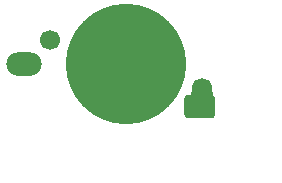
<source format=gbr>
%TF.GenerationSoftware,KiCad,Pcbnew,(5.1.8)-1*%
%TF.CreationDate,2022-12-05T23:25:29-06:00*%
%TF.ProjectId,pcb,7063622e-6b69-4636-9164-5f7063625858,rev?*%
%TF.SameCoordinates,Original*%
%TF.FileFunction,Copper,L2,Bot*%
%TF.FilePolarity,Positive*%
%FSLAX46Y46*%
G04 Gerber Fmt 4.6, Leading zero omitted, Abs format (unit mm)*
G04 Created by KiCad (PCBNEW (5.1.8)-1) date 2022-12-05 23:25:29*
%MOMM*%
%LPD*%
G01*
G04 APERTURE LIST*
%TA.AperFunction,ComponentPad*%
%ADD10C,1.700000*%
%TD*%
%TA.AperFunction,SMDPad,CuDef*%
%ADD11C,10.200000*%
%TD*%
%TA.AperFunction,ComponentPad*%
%ADD12O,3.000000X2.000000*%
%TD*%
%TA.AperFunction,ViaPad*%
%ADD13C,0.800000*%
%TD*%
%TA.AperFunction,Conductor*%
%ADD14C,1.000000*%
%TD*%
%TA.AperFunction,Conductor*%
%ADD15C,0.800000*%
%TD*%
G04 APERTURE END LIST*
D10*
%TO.P,BT1,1*%
%TO.N,VDD*%
X91225411Y-61470236D03*
X104100589Y-65529764D03*
D11*
%TO.P,BT1,2*%
%TO.N,GND*%
X97663000Y-63500000D03*
%TD*%
%TO.P,BZ1,1*%
%TO.N,VDD*%
%TA.AperFunction,SMDPad,CuDef*%
G36*
G01*
X102859000Y-66100000D02*
X104859000Y-66100000D01*
G75*
G02*
X105159000Y-66400000I0J-300000D01*
G01*
X105159000Y-67800000D01*
G75*
G02*
X104859000Y-68100000I-300000J0D01*
G01*
X102859000Y-68100000D01*
G75*
G02*
X102559000Y-67800000I0J300000D01*
G01*
X102559000Y-66400000D01*
G75*
G02*
X102859000Y-66100000I300000J0D01*
G01*
G37*
%TD.AperFunction*%
%TD*%
D12*
%TO.P,TP1,1*%
%TO.N,Net-(R5-Pad2)*%
X89027000Y-63500000D03*
%TD*%
D13*
%TO.N,GND*%
X97663000Y-64960500D03*
X97663000Y-59880500D03*
X96837500Y-66167000D03*
X96266000Y-65405000D03*
X97663000Y-62039500D03*
%TD*%
D14*
%TO.N,VDD*%
X104100589Y-66631411D02*
X103632000Y-67100000D01*
X104100589Y-65529764D02*
X104100589Y-66631411D01*
X103632000Y-65998353D02*
X104100589Y-65529764D01*
X103632000Y-67100000D02*
X103632000Y-65998353D01*
D15*
X104159500Y-67100000D02*
X104530990Y-66728510D01*
X103859000Y-67100000D02*
X104159500Y-67100000D01*
X104530990Y-65960165D02*
X104100589Y-65529764D01*
X104530990Y-66728510D02*
X104530990Y-65960165D01*
D14*
%TO.N,GND*%
X96875000Y-63500000D02*
X96875000Y-63500000D01*
X96875000Y-63500000D02*
X100012500Y-63500000D01*
%TD*%
M02*

</source>
